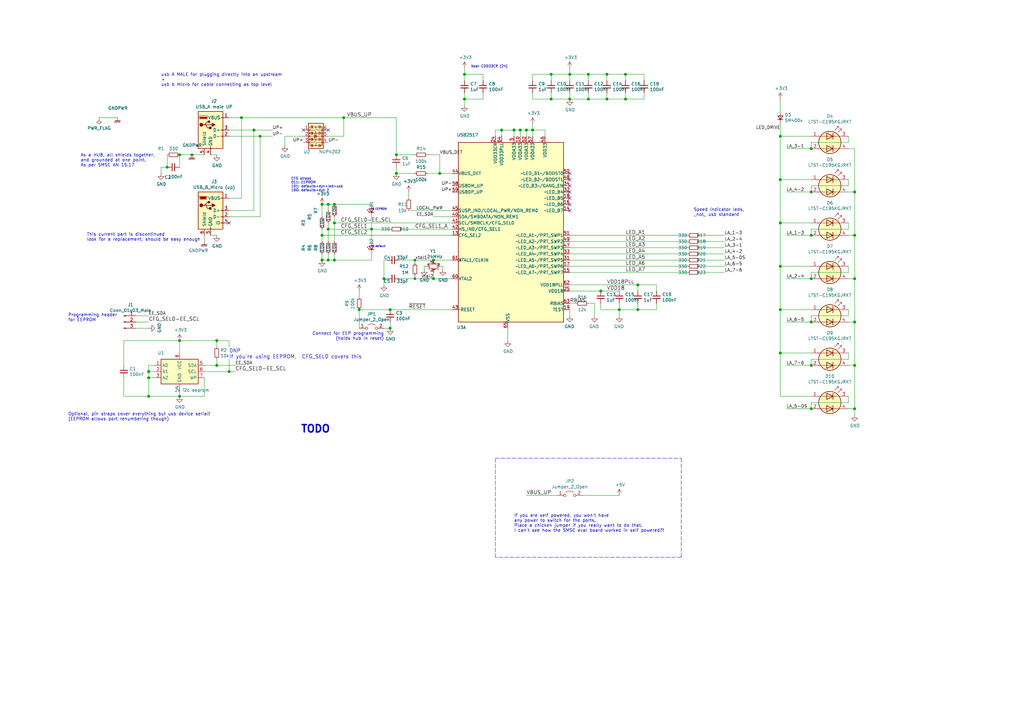
<source format=kicad_sch>
(kicad_sch (version 20211123) (generator eeschema)
  (paper "A3")
  (junction (at 78.74 63.5) (diameter 1.016))
  (junction (at 332.74 149.86) (diameter 1.016))
  (junction (at 73.66 63.5) (diameter 1.016))
  (junction (at 140.97 48.26) (diameter 1.016))
  (junction (at 350.52 149.86) (diameter 1.016))
  (junction (at 320.04 73.66) (diameter 1.016))
  (junction (at 226.06 30.48) (diameter 1.016))
  (junction (at 226.06 40.64) (diameter 1.016))
  (junction (at 248.92 40.64) (diameter 1.016))
  (junction (at 137.16 91.44) (diameter 1.016))
  (junction (at 233.68 40.64) (diameter 1.016))
  (junction (at 152.4 93.98) (diameter 1.016))
  (junction (at 233.68 30.48) (diameter 1.016))
  (junction (at 132.08 83.82) (diameter 1.016))
  (junction (at 160.02 127) (diameter 1.016))
  (junction (at 99.06 48.26) (diameter 1.016))
  (junction (at 218.44 53.34) (diameter 1.016))
  (junction (at 180.34 71.12) (diameter 1.016))
  (junction (at 320.04 144.78) (diameter 1.016))
  (junction (at 170.18 114.3))
  (junction (at 162.56 71.12) (diameter 1.016))
  (junction (at 256.54 40.64) (diameter 1.016))
  (junction (at 177.8 106.68) (diameter 1.016))
  (junction (at 350.52 114.3) (diameter 1.016))
  (junction (at 350.52 167.64) (diameter 1.016))
  (junction (at 332.74 114.3) (diameter 1.016))
  (junction (at 132.08 96.52) (diameter 1.016))
  (junction (at 160.02 134.62) (diameter 1.016))
  (junction (at 350.52 78.74) (diameter 1.016))
  (junction (at 248.92 30.48) (diameter 1.016))
  (junction (at 254 127) (diameter 1.016))
  (junction (at 261.62 127) (diameter 1.016))
  (junction (at 320.04 55.88) (diameter 1.016))
  (junction (at 137.16 83.82) (diameter 1.016))
  (junction (at 210.82 53.34) (diameter 1.016))
  (junction (at 157.48 114.3) (diameter 1.016))
  (junction (at 320.04 91.44) (diameter 1.016))
  (junction (at 241.3 40.64) (diameter 1.016))
  (junction (at 332.74 60.96) (diameter 1.016))
  (junction (at 162.56 63.5) (diameter 1.016))
  (junction (at 60.96 154.94) (diameter 1.016))
  (junction (at 205.74 53.34) (diameter 1.016))
  (junction (at 170.18 106.68))
  (junction (at 134.62 106.68) (diameter 1.016))
  (junction (at 106.68 55.88) (diameter 1.016))
  (junction (at 134.62 93.98) (diameter 1.016))
  (junction (at 350.52 132.08) (diameter 1.016))
  (junction (at 332.74 132.08) (diameter 1.016))
  (junction (at 261.62 116.84) (diameter 1.016))
  (junction (at 134.62 83.82) (diameter 1.016))
  (junction (at 73.66 162.56) (diameter 1.016))
  (junction (at 332.74 96.52) (diameter 1.016))
  (junction (at 88.9 149.86) (diameter 1.016))
  (junction (at 132.08 106.68) (diameter 1.016))
  (junction (at 332.74 167.64) (diameter 1.016))
  (junction (at 190.5 40.64) (diameter 1.016))
  (junction (at 88.9 139.7) (diameter 1.016))
  (junction (at 320.04 127) (diameter 1.016))
  (junction (at 350.52 96.52) (diameter 1.016))
  (junction (at 241.3 30.48) (diameter 1.016))
  (junction (at 256.54 30.48) (diameter 1.016))
  (junction (at 190.5 30.48) (diameter 1.016))
  (junction (at 215.9 53.34) (diameter 1.016))
  (junction (at 137.16 106.68) (diameter 1.016))
  (junction (at 60.96 152.4) (diameter 1.016))
  (junction (at 68.58 68.58) (diameter 1.016))
  (junction (at 320.04 109.22) (diameter 1.016))
  (junction (at 60.96 162.56) (diameter 1.016))
  (junction (at 332.74 78.74) (diameter 1.016))
  (junction (at 246.38 119.38) (diameter 1.016))
  (junction (at 73.66 139.7) (diameter 1.016))
  (junction (at 177.8 114.3) (diameter 1.016))
  (junction (at 104.14 53.34) (diameter 1.016))
  (junction (at 93.98 152.4) (diameter 1.016))
  (junction (at 147.32 127) (diameter 1.016))
  (junction (at 213.36 53.34) (diameter 1.016))
  (no_connect (at 124.46 53.34))
  (no_connect (at 93.98 91.44))
  (no_connect (at 233.68 81.28))
  (no_connect (at 233.68 86.36))
  (no_connect (at 134.62 53.34))
  (no_connect (at 233.68 71.12))
  (no_connect (at 233.68 83.82))
  (no_connect (at 233.68 78.74))
  (no_connect (at 233.68 73.66))
  (no_connect (at 233.68 76.2))
  (wire (pts (xy 322.58 149.86) (xy 332.74 149.86)))
  (wire (pts (xy 264.16 30.48) (xy 256.54 30.48)))
  (wire (pts (xy 350.52 78.74) (xy 350.52 96.52)))
  (wire (pts (xy 332.74 147.32) (xy 332.74 149.86)))
  (wire (pts (xy 347.98 129.54) (xy 332.74 129.54)))
  (wire (pts (xy 347.98 165.1) (xy 332.74 165.1)))
  (wire (pts (xy 287.02 99.06) (xy 297.18 99.06)))
  (wire (pts (xy 269.24 127) (xy 269.24 124.46)))
  (wire (pts (xy 347.98 149.86) (xy 350.52 149.86)))
  (wire (pts (xy 157.48 134.62) (xy 160.02 134.62)))
  (wire (pts (xy 215.9 203.2) (xy 228.6 203.2)))
  (wire (pts (xy 248.92 38.1) (xy 248.92 40.64)))
  (wire (pts (xy 180.34 71.12) (xy 175.26 71.12)))
  (wire (pts (xy 241.3 124.46) (xy 243.84 124.46)))
  (wire (pts (xy 347.98 96.52) (xy 350.52 96.52)))
  (wire (pts (xy 264.16 40.64) (xy 256.54 40.64)))
  (wire (pts (xy 198.12 30.48) (xy 190.5 30.48)))
  (wire (pts (xy 256.54 30.48) (xy 248.92 30.48)))
  (wire (pts (xy 55.88 129.54) (xy 60.96 129.54)))
  (wire (pts (xy 60.96 152.4) (xy 60.96 154.94)))
  (wire (pts (xy 332.74 109.22) (xy 320.04 109.22)))
  (wire (pts (xy 83.82 152.4) (xy 93.98 152.4)))
  (wire (pts (xy 347.98 60.96) (xy 350.52 60.96)))
  (wire (pts (xy 60.96 162.56) (xy 73.66 162.56)))
  (wire (pts (xy 233.68 111.76) (xy 281.94 111.76)))
  (wire (pts (xy 134.62 55.88) (xy 140.97 55.88)))
  (wire (pts (xy 233.68 96.52) (xy 281.94 96.52)))
  (wire (pts (xy 320.04 162.56) (xy 320.04 144.78)))
  (wire (pts (xy 134.62 83.82) (xy 134.62 86.36)))
  (wire (pts (xy 332.74 91.44) (xy 320.04 91.44)))
  (wire (pts (xy 137.16 104.14) (xy 137.16 106.68)))
  (wire (pts (xy 106.68 55.88) (xy 111.76 55.88)))
  (wire (pts (xy 116.84 55.88) (xy 116.84 59.69)))
  (wire (pts (xy 50.8 139.7) (xy 73.66 139.7)))
  (wire (pts (xy 152.4 93.98) (xy 160.02 93.98)))
  (wire (pts (xy 134.62 83.82) (xy 137.16 83.82)))
  (polyline (pts (xy 203.2 187.96) (xy 279.4 187.96)))
  (wire (pts (xy 208.28 134.62) (xy 208.28 139.7)))
  (wire (pts (xy 140.97 55.88) (xy 140.97 48.26)))
  (wire (pts (xy 134.62 106.68) (xy 132.08 106.68)))
  (wire (pts (xy 185.42 106.68) (xy 177.8 106.68)))
  (wire (pts (xy 233.68 116.84) (xy 261.62 116.84)))
  (wire (pts (xy 173.99 109.22) (xy 173.99 110.49)))
  (wire (pts (xy 175.26 109.22) (xy 173.99 109.22)))
  (wire (pts (xy 137.16 91.44) (xy 185.42 91.44)))
  (wire (pts (xy 132.08 104.14) (xy 132.08 106.68)))
  (wire (pts (xy 88.9 147.32) (xy 88.9 149.86)))
  (wire (pts (xy 50.8 162.56) (xy 60.96 162.56)))
  (wire (pts (xy 93.98 81.28) (xy 99.06 81.28)))
  (wire (pts (xy 350.52 167.64) (xy 350.52 170.18)))
  (wire (pts (xy 180.34 63.5) (xy 180.34 71.12)))
  (wire (pts (xy 347.98 144.78) (xy 347.98 147.32)))
  (wire (pts (xy 347.98 73.66) (xy 347.98 76.2)))
  (polyline (pts (xy 279.4 187.96) (xy 279.4 228.6)))
  (wire (pts (xy 83.82 162.56) (xy 73.66 162.56)))
  (wire (pts (xy 162.56 48.26) (xy 162.56 63.5)))
  (wire (pts (xy 233.68 109.22) (xy 281.94 109.22)))
  (wire (pts (xy 40.64 48.26) (xy 48.26 48.26)))
  (wire (pts (xy 78.74 63.5) (xy 83.82 63.5)))
  (wire (pts (xy 68.58 68.58) (xy 66.04 68.58)))
  (wire (pts (xy 223.52 53.34) (xy 218.44 53.34)))
  (wire (pts (xy 332.74 73.66) (xy 320.04 73.66)))
  (wire (pts (xy 332.74 165.1) (xy 332.74 167.64)))
  (wire (pts (xy 350.52 132.08) (xy 350.52 149.86)))
  (wire (pts (xy 322.58 167.64) (xy 332.74 167.64)))
  (wire (pts (xy 152.4 88.9) (xy 152.4 93.98)))
  (wire (pts (xy 73.66 63.5) (xy 73.66 68.58)))
  (wire (pts (xy 134.62 93.98) (xy 134.62 99.06)))
  (wire (pts (xy 320.04 127) (xy 320.04 109.22)))
  (wire (pts (xy 287.02 111.76) (xy 297.18 111.76)))
  (wire (pts (xy 210.82 55.88) (xy 210.82 53.34)))
  (wire (pts (xy 241.3 30.48) (xy 241.3 33.02)))
  (wire (pts (xy 50.8 139.7) (xy 50.8 149.86)))
  (wire (pts (xy 198.12 33.02) (xy 198.12 30.48)))
  (wire (pts (xy 198.12 40.64) (xy 190.5 40.64)))
  (wire (pts (xy 287.02 101.6) (xy 297.18 101.6)))
  (wire (pts (xy 332.74 93.98) (xy 332.74 96.52)))
  (wire (pts (xy 163.83 106.68) (xy 170.18 106.68)))
  (wire (pts (xy 170.18 114.3) (xy 177.8 114.3)))
  (wire (pts (xy 93.98 152.4) (xy 96.52 152.4)))
  (wire (pts (xy 226.06 30.48) (xy 233.68 30.48)))
  (wire (pts (xy 261.62 127) (xy 261.62 124.46)))
  (wire (pts (xy 83.82 96.52) (xy 83.82 99.06)))
  (wire (pts (xy 350.52 114.3) (xy 350.52 132.08)))
  (wire (pts (xy 322.58 60.96) (xy 332.74 60.96)))
  (wire (pts (xy 203.2 55.88) (xy 203.2 53.34)))
  (wire (pts (xy 157.48 114.3) (xy 158.75 114.3)))
  (wire (pts (xy 93.98 139.7) (xy 88.9 139.7)))
  (wire (pts (xy 233.68 99.06) (xy 281.94 99.06)))
  (wire (pts (xy 132.08 83.82) (xy 132.08 88.9)))
  (wire (pts (xy 93.98 147.32) (xy 93.98 152.4)))
  (wire (pts (xy 152.4 106.68) (xy 137.16 106.68)))
  (wire (pts (xy 226.06 38.1) (xy 226.06 40.64)))
  (wire (pts (xy 167.64 78.74) (xy 167.64 81.28)))
  (wire (pts (xy 55.88 134.62) (xy 60.96 134.62)))
  (wire (pts (xy 218.44 55.88) (xy 218.44 53.34)))
  (wire (pts (xy 106.68 55.88) (xy 93.98 55.88)))
  (wire (pts (xy 104.14 53.34) (xy 104.14 86.36)))
  (wire (pts (xy 332.74 129.54) (xy 332.74 132.08)))
  (wire (pts (xy 83.82 149.86) (xy 88.9 149.86)))
  (wire (pts (xy 152.4 104.14) (xy 152.4 106.68)))
  (wire (pts (xy 256.54 40.64) (xy 248.92 40.64)))
  (wire (pts (xy 213.36 55.88) (xy 213.36 53.34)))
  (wire (pts (xy 347.98 111.76) (xy 332.74 111.76)))
  (wire (pts (xy 106.68 55.88) (xy 106.68 88.9)))
  (wire (pts (xy 287.02 104.14) (xy 297.18 104.14)))
  (wire (pts (xy 152.4 93.98) (xy 152.4 99.06)))
  (wire (pts (xy 203.2 53.34) (xy 205.74 53.34)))
  (wire (pts (xy 132.08 96.52) (xy 132.08 93.98)))
  (wire (pts (xy 88.9 142.24) (xy 88.9 139.7)))
  (wire (pts (xy 233.68 30.48) (xy 233.68 33.02)))
  (wire (pts (xy 347.98 58.42) (xy 332.74 58.42)))
  (wire (pts (xy 86.36 96.52) (xy 88.9 96.52)))
  (wire (pts (xy 175.26 63.5) (xy 180.34 63.5)))
  (wire (pts (xy 233.68 124.46) (xy 236.22 124.46)))
  (wire (pts (xy 347.98 55.88) (xy 347.98 58.42)))
  (wire (pts (xy 99.06 48.26) (xy 93.98 48.26)))
  (wire (pts (xy 218.44 40.64) (xy 226.06 40.64)))
  (wire (pts (xy 167.64 86.36) (xy 185.42 86.36)))
  (wire (pts (xy 60.96 154.94) (xy 60.96 162.56)))
  (wire (pts (xy 254 127) (xy 261.62 127)))
  (wire (pts (xy 86.36 63.5) (xy 88.9 63.5)))
  (wire (pts (xy 99.06 48.26) (xy 140.97 48.26)))
  (wire (pts (xy 99.06 81.28) (xy 99.06 48.26)))
  (wire (pts (xy 60.96 149.86) (xy 60.96 152.4)))
  (wire (pts (xy 347.98 162.56) (xy 347.98 165.1)))
  (wire (pts (xy 162.56 68.58) (xy 162.56 71.12)))
  (wire (pts (xy 132.08 83.82) (xy 134.62 83.82)))
  (wire (pts (xy 256.54 38.1) (xy 256.54 40.64)))
  (wire (pts (xy 332.74 58.42) (xy 332.74 60.96)))
  (wire (pts (xy 347.98 127) (xy 347.98 129.54)))
  (wire (pts (xy 347.98 167.64) (xy 350.52 167.64)))
  (wire (pts (xy 241.3 40.64) (xy 233.68 40.64)))
  (wire (pts (xy 104.14 86.36) (xy 93.98 86.36)))
  (wire (pts (xy 233.68 127) (xy 233.68 129.54)))
  (wire (pts (xy 347.98 78.74) (xy 350.52 78.74)))
  (wire (pts (xy 322.58 114.3) (xy 332.74 114.3)))
  (wire (pts (xy 223.52 55.88) (xy 223.52 53.34)))
  (wire (pts (xy 205.74 53.34) (xy 210.82 53.34)))
  (wire (pts (xy 320.04 73.66) (xy 320.04 55.88)))
  (wire (pts (xy 157.48 106.68) (xy 157.48 114.3)))
  (wire (pts (xy 157.48 114.3) (xy 157.48 116.84)))
  (wire (pts (xy 158.75 106.68) (xy 157.48 106.68)))
  (wire (pts (xy 73.66 160.02) (xy 73.66 162.56)))
  (wire (pts (xy 88.9 139.7) (xy 73.66 139.7)))
  (wire (pts (xy 134.62 104.14) (xy 134.62 106.68)))
  (wire (pts (xy 350.52 96.52) (xy 350.52 114.3)))
  (wire (pts (xy 190.5 30.48) (xy 190.5 33.02)))
  (wire (pts (xy 73.66 139.7) (xy 73.66 144.78)))
  (wire (pts (xy 233.68 101.6) (xy 281.94 101.6)))
  (wire (pts (xy 170.18 106.68) (xy 170.18 107.95)))
  (wire (pts (xy 218.44 38.1) (xy 218.44 40.64)))
  (wire (pts (xy 104.14 53.34) (xy 93.98 53.34)))
  (wire (pts (xy 322.58 78.74) (xy 332.74 78.74)))
  (wire (pts (xy 190.5 40.64) (xy 190.5 43.18)))
  (wire (pts (xy 226.06 40.64) (xy 233.68 40.64)))
  (wire (pts (xy 332.74 144.78) (xy 320.04 144.78)))
  (wire (pts (xy 246.38 127) (xy 254 127)))
  (wire (pts (xy 160.02 132.08) (xy 160.02 134.62)))
  (wire (pts (xy 215.9 53.34) (xy 218.44 53.34)))
  (wire (pts (xy 165.1 93.98) (xy 185.42 93.98)))
  (wire (pts (xy 137.16 83.82) (xy 152.4 83.82)))
  (wire (pts (xy 248.92 40.64) (xy 241.3 40.64)))
  (wire (pts (xy 233.68 106.68) (xy 281.94 106.68)))
  (wire (pts (xy 60.96 154.94) (xy 63.5 154.94)))
  (wire (pts (xy 233.68 30.48) (xy 241.3 30.48)))
  (wire (pts (xy 332.74 127) (xy 320.04 127)))
  (wire (pts (xy 254 127) (xy 254 129.54)))
  (wire (pts (xy 185.42 71.12) (xy 180.34 71.12)))
  (wire (pts (xy 320.04 109.22) (xy 320.04 91.44)))
  (wire (pts (xy 147.32 127) (xy 160.02 127)))
  (wire (pts (xy 134.62 91.44) (xy 134.62 93.98)))
  (wire (pts (xy 226.06 30.48) (xy 226.06 33.02)))
  (wire (pts (xy 233.68 30.48) (xy 233.68 27.94)))
  (wire (pts (xy 256.54 33.02) (xy 256.54 30.48)))
  (wire (pts (xy 170.18 113.03) (xy 170.18 114.3)))
  (wire (pts (xy 104.14 53.34) (xy 111.76 53.34)))
  (wire (pts (xy 332.74 111.76) (xy 332.74 114.3)))
  (wire (pts (xy 261.62 127) (xy 269.24 127)))
  (wire (pts (xy 177.8 88.9) (xy 185.42 88.9)))
  (wire (pts (xy 140.97 48.26) (xy 162.56 48.26)))
  (wire (pts (xy 137.16 91.44) (xy 137.16 99.06)))
  (wire (pts (xy 322.58 96.52) (xy 332.74 96.52)))
  (wire (pts (xy 137.16 88.9) (xy 137.16 91.44)))
  (wire (pts (xy 213.36 53.34) (xy 215.9 53.34)))
  (wire (pts (xy 243.84 124.46) (xy 243.84 129.54)))
  (wire (pts (xy 320.04 144.78) (xy 320.04 127)))
  (wire (pts (xy 347.98 91.44) (xy 347.98 93.98)))
  (wire (pts (xy 254 127) (xy 254 124.46)))
  (wire (pts (xy 233.68 104.14) (xy 281.94 104.14)))
  (wire (pts (xy 55.88 132.08) (xy 60.96 132.08)))
  (wire (pts (xy 180.34 109.22) (xy 181.61 109.22)))
  (wire (pts (xy 181.61 109.22) (xy 181.61 110.49)))
  (wire (pts (xy 147.32 127) (xy 147.32 134.62)))
  (wire (pts (xy 248.92 30.48) (xy 241.3 30.48)))
  (wire (pts (xy 347.98 147.32) (xy 332.74 147.32)))
  (wire (pts (xy 264.16 33.02) (xy 264.16 30.48)))
  (wire (pts (xy 347.98 132.08) (xy 350.52 132.08)))
  (wire (pts (xy 137.16 106.68) (xy 134.62 106.68)))
  (wire (pts (xy 332.74 76.2) (xy 332.74 78.74)))
  (wire (pts (xy 233.68 38.1) (xy 233.68 40.64)))
  (wire (pts (xy 147.32 119.38) (xy 147.32 121.92)))
  (wire (pts (xy 205.74 55.88) (xy 205.74 53.34)))
  (wire (pts (xy 68.58 63.5) (xy 68.58 68.58)))
  (wire (pts (xy 210.82 53.34) (xy 213.36 53.34)))
  (wire (pts (xy 287.02 109.22) (xy 297.18 109.22)))
  (wire (pts (xy 83.82 154.94) (xy 83.82 162.56)))
  (wire (pts (xy 246.38 119.38) (xy 254 119.38)))
  (wire (pts (xy 63.5 149.86) (xy 60.96 149.86)))
  (wire (pts (xy 93.98 88.9) (xy 106.68 88.9)))
  (wire (pts (xy 218.44 33.02) (xy 218.44 30.48)))
  (wire (pts (xy 134.62 93.98) (xy 152.4 93.98)))
  (wire (pts (xy 287.02 106.68) (xy 297.18 106.68)))
  (wire (pts (xy 248.92 33.02) (xy 248.92 30.48)))
  (wire (pts (xy 347.98 76.2) (xy 332.74 76.2)))
  (wire (pts (xy 233.68 119.38) (xy 246.38 119.38)))
  (wire (pts (xy 332.74 162.56) (xy 320.04 162.56)))
  (wire (pts (xy 215.9 55.88) (xy 215.9 53.34)))
  (wire (pts (xy 218.44 30.48) (xy 226.06 30.48)))
  (wire (pts (xy 132.08 96.52) (xy 185.42 96.52)))
  (wire (pts (xy 320.04 50.8) (xy 320.04 55.88)))
  (wire (pts (xy 163.83 114.3) (xy 170.18 114.3)))
  (wire (pts (xy 177.8 114.3) (xy 177.8 111.76)))
  (wire (pts (xy 185.42 114.3) (xy 177.8 114.3)))
  (wire (pts (xy 269.24 116.84) (xy 269.24 119.38)))
  (wire (pts (xy 162.56 71.12) (xy 170.18 71.12)))
  (wire (pts (xy 190.5 27.94) (xy 190.5 30.48)))
  (wire (pts (xy 170.18 106.68) (xy 177.8 106.68)))
  (wire (pts (xy 160.02 127) (xy 185.42 127)))
  (wire (pts (xy 320.04 40.64) (xy 320.04 45.72)))
  (wire (pts (xy 347.98 109.22) (xy 347.98 111.76)))
  (wire (pts (xy 261.62 116.84) (xy 261.62 119.38)))
  (wire (pts (xy 73.66 63.5) (xy 78.74 63.5)))
  (wire (pts (xy 320.04 55.88) (xy 332.74 55.88)))
  (wire (pts (xy 238.76 203.2) (xy 254 203.2)))
  (wire (pts (xy 132.08 99.06) (xy 132.08 96.52)))
  (wire (pts (xy 350.52 60.96) (xy 350.52 78.74)))
  (wire (pts (xy 347.98 114.3) (xy 350.52 114.3)))
  (wire (pts (xy 60.96 152.4) (xy 63.5 152.4)))
  (wire (pts (xy 124.46 55.88) (xy 116.84 55.88)))
  (wire (pts (xy 50.8 154.94) (xy 50.8 162.56)))
  (wire (pts (xy 66.04 68.58) (xy 66.04 71.12)))
  (wire (pts (xy 347.98 93.98) (xy 332.74 93.98)))
  (wire (pts (xy 320.04 91.44) (xy 320.04 73.66)))
  (wire (pts (xy 190.5 38.1) (xy 190.5 40.64)))
  (wire (pts (xy 322.58 132.08) (xy 332.74 132.08)))
  (wire (pts (xy 264.16 38.1) (xy 264.16 40.64)))
  (polyline (pts (xy 279.4 228.6) (xy 203.2 228.6)))
  (wire (pts (xy 261.62 116.84) (xy 269.24 116.84)))
  (wire (pts (xy 246.38 124.46) (xy 246.38 127)))
  (wire (pts (xy 93.98 142.24) (xy 93.98 139.7)))
  (wire (pts (xy 198.12 38.1) (xy 198.12 40.64)))
  (wire (pts (xy 241.3 38.1) (xy 241.3 40.64)))
  (wire (pts (xy 218.44 53.34) (xy 218.44 50.8)))
  (wire (pts (xy 88.9 149.86) (xy 96.52 149.86)))
  (polyline (pts (xy 203.2 228.6) (xy 203.2 187.96)))
  (wire (pts (xy 350.52 149.86) (xy 350.52 167.64)))
  (wire (pts (xy 287.02 96.52) (xy 297.18 96.52)))
  (wire (pts (xy 162.56 63.5) (xy 170.18 63.5)))
  (text "If default" (at 152.4 101.6 0) (effects (font (size 0.7874 0.7874)) (justify left bottom)))
  (text "If EEPROM" (at 152.4 86.36 0) (effects (font (size 0.7874 0.7874)) (justify left bottom)))
  (text "usb A MALE for plugging directly into an upstream\n+\nusb b micro for cable connecting as top level" (at 66.04 35.56 0) (effects (font (size 1.27 1.27)) (justify left bottom)))
  (text "DNP\nIf you're using EEPROM,  CFG_SEL0 covers this" (at 93.98 147.32 0) (effects (font (size 1.4986 1.4986)) (justify left bottom)))
  (text "CFG straps\n011: EEPROM\n101: defaults+dyn+led=usb\n100: defaults+dyn ?" (at 119.38 78.74 0) (effects (font (size 0.9906 0.9906)) (justify left bottom)))
  (text "TODO	" (at 147.32 177.8 180) (effects (font (size 3 3) (thickness 0.6) bold) (justify right bottom)))
  (text "Speed indicator leds,\n_not_ usb standard" (at 284.48 88.9 0) (effects (font (size 1.27 1.27)) (justify left bottom)))
  (text "If you are self powered, you won't have\nany power to switch for the ports.\nPlace a chicken jumper if you really want to do that.\nI can't see how the SMSC eval board worked in self powered?!" (at 210.82 218.44 0) (effects (font (size 1.27 1.27)) (justify left bottom)))
  (text "Near CDD33CR (24)" (at 208.28 27.94 180) (effects (font (size 0.9906 0.9906)) (justify right bottom)))
  (text "As a HUB, all shields together,\nand grounded at one point.\nAs per SMSC AN 15.17 " (at 33.02 68.58 0) (effects (font (size 1.27 1.27)) (justify left bottom)))
  (text "Optional, pin straps cover everything but usb device serial!\n(EEPROM allows port renumbering though)" (at 27.94 172.72 0) (effects (font (size 1.27 1.27)) (justify left bottom)))
  (text "Programming header\nfor EEPROM" (at 27.94 132.08 0) (effects (font (size 1.27 1.27)) (justify left bottom)))
  (text "Connect for EEP programming\n(holds hub in reset)" (at 157.48 139.7 180) (effects (font (size 1.27 1.27)) (justify right bottom)))
  (text "This current part is discontinued\nlook for a replacement, should be easy enough" (at 35.56 99.06 0) (effects (font (size 1.27 1.27)) (justify left bottom)))
  (label "CFG_SEL0-EE_SCL" (at 139.7 91.44 0) (effects (font (size 1.499 1.499))))
  (label "UP+" (at 124.46 58.42 180))
  (label "RBIAS" (at 233.68 124.46 0) (effects (font (size 1.4986 1.4986))))
  (label "LA_6-5" (at 322.58 132.08 0))
  (label "LA_4-2" (at 297.18 104.14 0))
  (label "LED_A5" (at 256.54 106.68 0) (effects (font (size 1.4986 1.4986))))
  (label "UP-" (at 111.76 55.88 0))
  (label "EE_SDA" (at 177.8 88.9 180))
  (label "LA_7-6" (at 297.18 111.76 0))
  (label "LED_A1" (at 256.54 96.52 0) (effects (font (size 1.4986 1.4986))))
  (label "LED_A6" (at 256.54 109.22 0) (effects (font (size 1.4986 1.4986))))
  (label "LED_A4" (at 256.54 104.14 0) (effects (font (size 1.4986 1.4986))))
  (label "LA_2-4" (at 297.18 99.06 0))
  (label "UP+" (at 185.42 78.74 180))
  (label "LED_DRIVE" (at 320.04 53.34 180))
  (label "VBUS_DET" (at 180.34 63.5 0))
  (label "CFG_SEL0-EE_SCL" (at 60.96 132.08 0) (effects (font (size 1.499 1.499))))
  (label "LA_5-DS" (at 297.18 106.68 0))
  (label "LA_3-1" (at 297.18 101.6 0))
  (label "CFG_SEL1_A" (at 170.18 93.98 0) (effects (font (size 1.4986 1.4986))))
  (label "VBUS_UP" (at 215.9 203.2 0) (effects (font (size 1.4986 1.4986))))
  (label "UP-" (at 134.62 58.42 0))
  (label "LA_7-6" (at 322.58 149.86 0))
  (label "UP-" (at 185.42 76.2 180))
  (label "EE_SDA" (at 60.96 129.54 0))
  (label "LA_1-3" (at 297.18 96.52 0))
  (label "LED_A2" (at 256.54 99.06 0) (effects (font (size 1.4986 1.4986))))
  (label "~{RESET}" (at 167.64 127 0) (effects (font (size 1.4986 1.4986))))
  (label "LA_4-2" (at 322.58 78.74 0))
  (label "CFG_SEL2" (at 139.7 96.52 0) (effects (font (size 1.4986 1.4986))))
  (label "VDD18" (at 248.92 119.38 0) (effects (font (size 1.4986 1.4986))))
  (label "LA_3-1" (at 322.58 60.96 0))
  (label "xtal2" (at 177.8 114.3 180))
  (label "xtal1" (at 175.26 106.68 180))
  (label "LED_A3" (at 256.54 101.6 0) (effects (font (size 1.4986 1.4986))))
  (label "EE_SDA" (at 96.52 149.86 0))
  (label "LA_6-5" (at 297.18 109.22 0))
  (label "LA_2-4" (at 322.58 114.3 0))
  (label "CFG_SEL1" (at 139.7 93.98 0) (effects (font (size 1.4986 1.4986))))
  (label "LED_A7" (at 256.54 111.76 0) (effects (font (size 1.4986 1.4986))))
  (label "VDD18PLL" (at 248.92 116.84 0) (effects (font (size 1.4986 1.4986))))
  (label "LA_1-3" (at 322.58 96.52 0))
  (label "LOCAL_PWR" (at 181.61 86.36 180))
  (label "UP+" (at 111.76 53.34 0))
  (label "LA_5-DS" (at 322.58 167.64 0))
  (label "VBUS_UP" (at 142.24 48.26 0) (effects (font (size 1.4986 1.4986))))
  (label "CFG_SEL0-EE_SCL" (at 96.52 152.4 0) (effects (font (size 1.499 1.499))))
  (symbol (lib_id "Interface_USB:USB2517") (at 208.28 93.98 0) (unit 1)
    (property "Reference" "U3" (at 189.23 134.3152 0))
    (property "Value" "USB2517" (at 191.77 55.3466 0))
    (property "Footprint" "Package_DFN_QFN:QFN-64-1EP_9x9mm_P0.5mm_EP4.7x4.7mm_ThermalVias" (effects hide))
    (property "Datasheet" "http://ww1.microchip.com/downloads/en/DeviceDoc/USB2517-USB2517i-Data-Sheet-00001598C.pdf" (effects hide))
    (property "MPN" "USB2517I-JZX-TR" (effects hide))
    (property "jlc-basic" "0" (effects hide))
    (property "lcsc#" "C626667" (effects hide))
  )
  (symbol (lib_id "Device:R_Small") (at 132.08 91.44 0) (unit 1)
    (property "Reference" "R3" (at 124.46 91.44 90))
    (property "Value" "10k" (at 132.08 91.44 90))
    (property "Footprint" "Resistor_SMD:R_0603_1608Metric" (effects hide))
    (property "MPN" "0603WAF1002T5E" (effects hide))
    (property "jlc-basic" "1" (effects hide))
    (property "lcsc#" "C25804" (effects hide))
    (property "DNP" "1" (effects hide))
  )
  (symbol (lib_id "power:+3V3") (at 132.08 83.82 0) (unit 1)
    (property "Reference" "#PWR014" (effects hide))
    (property "Value" "+3V3" (at 132.461 79.4258 0))
  )
  (symbol (lib_id "Device:R_Small") (at 172.72 71.12 270) (unit 1)
    (property "Reference" "R15" (at 172.72 68.58 90))
    (property "Value" "100k" (at 172.72 73.66 90))
    (property "Footprint" "Resistor_SMD:R_0603_1608Metric" (effects hide))
    (property "MPN" "0603WAF1003T5E" (effects hide))
    (property "jlc-basic" "1" (effects hide))
    (property "lcsc#" "C25803" (effects hide))
  )
  (symbol (lib_id "Device:R_Small") (at 172.72 63.5 90) (unit 1)
    (property "Reference" "R14" (at 172.72 60.96 90))
    (property "Value" "100k" (at 172.72 66.167 90))
    (property "Footprint" "Resistor_SMD:R_0603_1608Metric" (effects hide))
    (property "MPN" "0603WAF1003T5E" (effects hide))
    (property "jlc-basic" "1" (effects hide))
    (property "lcsc#" "C25803" (effects hide))
  )
  (symbol (lib_id "Connector:USB_B_Micro") (at 86.36 86.36 0) (unit 1)
    (property "Reference" "J3" (at 87.8078 74.4982 0))
    (property "Value" "USB_B_Micro (up)" (at 87.8078 76.8096 0))
    (property "Footprint" "Connector_USB:USB_Micro-B_Amphenol_10118194-0001LF_Horizontal" (effects hide))
    (property "MPN" "U254-051T-4BH23-S2B" (effects hide))
    (property "jlc-basic" "0" (effects hide))
    (property "lcsc#" "C319164" (effects hide))
  )
  (symbol (lib_id "power:+3V3") (at 320.04 40.64 0) (unit 1)
    (property "Reference" "#PWR033" (effects hide))
    (property "Value" "+3V3" (at 320.421 36.2458 0))
  )
  (symbol (lib_id "power:GND") (at 162.56 71.12 0) (unit 1)
    (property "Reference" "#PWR019" (effects hide))
    (property "Value" "GND" (at 162.687 75.5142 0))
  )
  (symbol (lib_id "Device:R_Small") (at 238.76 124.46 90) (mirror x) (unit 1)
    (property "Reference" "R16" (at 238.76 121.92 90))
    (property "Value" "12k" (at 238.76 127 90))
    (property "Footprint" "Resistor_SMD:R_0603_1608Metric" (effects hide))
    (property "MPN" "0603WAF1202T5E" (effects hide))
    (property "jlc-basic" "1" (effects hide))
    (property "lcsc#" "C22790" (effects hide))
  )
  (symbol (lib_id "Device:R_Small") (at 132.08 101.6 0) (unit 1)
    (property "Reference" "R4" (at 124.46 101.6 90))
    (property "Value" "10k" (at 132.08 101.6 90))
    (property "Footprint" "Resistor_SMD:R_0603_1608Metric" (effects hide))
    (property "MPN" "0603WAF1002T5E" (effects hide))
    (property "jlc-basic" "1" (effects hide))
    (property "lcsc#" "C25804" (effects hide))
  )
  (symbol (lib_id "power:+3V3") (at 218.44 50.8 0) (unit 1)
    (property "Reference" "#PWR026" (effects hide))
    (property "Value" "+3V3" (at 218.821 46.4058 0))
  )
  (symbol (lib_id "power:GND") (at 208.28 139.7 0) (unit 1)
    (property "Reference" "#PWR025" (effects hide))
    (property "Value" "GND" (at 208.407 144.0942 0))
  )
  (symbol (lib_id "Connector:USB_A") (at 86.36 53.34 0) (unit 1)
    (property "Reference" "J2" (at 87.8078 41.4782 0))
    (property "Value" "USB_A male UP" (at 87.8078 43.7896 0))
    (property "Footprint" "Connector_USB:USB_A_Plug_SOFNG_USB-05" (effects hide))
    (property "Datasheet" " ~" (effects hide))
    (property "MPN" "SOFNG USB-05" (effects hide))
    (property "DNP" "1" (effects hide))
  )
  (symbol (lib_id "Device:C_Small") (at 162.56 66.04 0) (unit 1)
    (property "Reference" "C6" (at 164.8968 64.897 0) (effects (justify left)))
    (property "Value" "1uF" (at 164.8714 67.183 0) (effects (justify left)))
    (property "Footprint" "Capacitor_SMD:C_0603_1608Metric" (effects hide))
    (property "MPN" "CL10A105KB8NNNC" (effects hide))
    (property "jlc-basic" "1" (effects hide))
    (property "lcsc#" "C15849" (effects hide))
  )
  (symbol (lib_id "Memory_EEPROM:24LC02") (at 73.66 152.4 0) (unit 1)
    (property "Reference" "U1" (at 66.04 144.78 0))
    (property "Value" "2k i2c eeprom" (at 78.74 160.02 0))
    (property "Footprint" "Package_SO:SOIC-8_3.9x4.9mm_P1.27mm" (effects hide))
    (property "Datasheet" "http://ww1.microchip.com/downloads/en/DeviceDoc/21709c.pdf" (effects hide))
    (property "MPN" "M24C02-WMN6TP" (effects hide))
    (property "jlc-basic" "1" (effects hide))
    (property "lcsc#" "C7562" (effects hide))
  )
  (symbol (lib_id "power:+3V3") (at 147.32 119.38 0) (unit 1)
    (property "Reference" "#PWR016" (effects hide))
    (property "Value" "+3V3" (at 147.701 114.9858 0))
  )
  (symbol (lib_id "power:GND") (at 160.02 134.62 0) (unit 1)
    (property "Reference" "#PWR018" (effects hide))
    (property "Value" "GND" (at 160.147 139.0142 0))
  )
  (symbol (lib_id "power:+3V3") (at 73.66 139.7 0) (unit 1)
    (property "Reference" "#PWR07" (effects hide))
    (property "Value" "+3V3" (at 74.041 135.3058 0))
  )
  (symbol (lib_id "Device:R_Small") (at 284.48 101.6 90) (unit 1)
    (property "Reference" "R19" (at 289.56 101.6 90) (effects (justify left)))
    (property "Value" "330" (at 281.94 101.6 90) (effects (justify left)))
    (property "Footprint" "Resistor_SMD:R_0603_1608Metric" (effects hide))
    (property "MPN" "0603WAF3300T5E" (effects hide))
    (property "jlc-basic" "1" (effects hide))
    (property "lcsc#" "C23138" (effects hide))
  )
  (symbol (lib_id "Device:R_Small") (at 88.9 144.78 0) (unit 1)
    (property "Reference" "R2" (at 90.3986 143.637 0) (effects (justify left)))
    (property "Value" "10k" (at 90.3986 145.923 0) (effects (justify left)))
    (property "Footprint" "Resistor_SMD:R_0603_1608Metric" (effects hide))
    (property "MPN" "0603WAF1002T5E" (effects hide))
    (property "jlc-basic" "1" (effects hide))
    (property "lcsc#" "C25804" (effects hide))
  )
  (symbol (lib_id "power:GND") (at 132.08 106.68 0) (unit 1)
    (property "Reference" "#PWR015" (effects hide))
    (property "Value" "GND" (at 132.207 111.0742 0))
  )
  (symbol (lib_id "Device:R_Small") (at 284.48 99.06 90) (unit 1)
    (property "Reference" "R18" (at 289.56 99.06 90) (effects (justify left)))
    (property "Value" "330" (at 281.94 99.06 90) (effects (justify left)))
    (property "Footprint" "Resistor_SMD:R_0603_1608Metric" (effects hide))
    (property "MPN" "0603WAF3300T5E" (effects hide))
    (property "jlc-basic" "1" (effects hide))
    (property "lcsc#" "C23138" (effects hide))
  )
  (symbol (lib_id "Device:R_Small") (at 284.48 106.68 90) (unit 1)
    (property "Reference" "R21" (at 289.56 106.68 90) (effects (justify left)))
    (property "Value" "330" (at 281.94 106.68 90) (effects (justify left)))
    (property "Footprint" "Resistor_SMD:R_0603_1608Metric" (effects hide))
    (property "MPN" "0603WAF3300T5E" (effects hide))
    (property "jlc-basic" "1" (effects hide))
    (property "lcsc#" "C23138" (effects hide))
  )
  (symbol (lib_id "power:GND") (at 243.84 129.54 0) (mirror y) (unit 1)
    (property "Reference" "#PWR030" (effects hide))
    (property "Value" "GND" (at 243.713 133.9342 0))
  )
  (symbol (lib_id "Device:R_Small") (at 284.48 96.52 90) (unit 1)
    (property "Reference" "R17" (at 289.56 96.52 90) (effects (justify left)))
    (property "Value" "330" (at 281.94 96.52 90) (effects (justify left)))
    (property "Footprint" "Resistor_SMD:R_0603_1608Metric" (effects hide))
    (property "MPN" "0603WAF3300T5E" (effects hide))
    (property "jlc-basic" "1" (effects hide))
    (property "lcsc#" "C23138" (effects hide))
  )
  (symbol (lib_id "Connector:Conn_01x03_Male") (at 50.8 132.08 0) (unit 1)
    (property "Reference" "J1" (at 53.5432 124.9934 0))
    (property "Value" "Conn_01x03_Male" (at 53.5432 127.3048 0))
    (property "Footprint" "Connector_PinHeader_2.54mm:PinHeader_1x03_P2.54mm_Vertical" (effects hide))
    (property "DNP" "1" (effects hide))
  )
  (symbol (lib_id "power:GND") (at 60.96 134.62 90) (unit 1)
    (property "Reference" "#PWR05" (effects hide))
    (property "Value" "GND" (at 65.3542 134.493 0))
  )
  (symbol (lib_id "Device:R_Small") (at 147.32 124.46 0) (unit 1)
    (property "Reference" "R9" (at 142.3416 124.46 90))
    (property "Value" "100k" (at 144.653 124.46 90))
    (property "Footprint" "Resistor_SMD:R_0603_1608Metric" (effects hide))
    (property "MPN" "0603WAF1003T5E" (effects hide))
    (property "jlc-basic" "1" (effects hide))
    (property "lcsc#" "C25803" (effects hide))
  )
  (symbol (lib_id "Device:R_Small") (at 284.48 104.14 90) (unit 1)
    (property "Reference" "R20" (at 289.56 104.14 90) (effects (justify left)))
    (property "Value" "330" (at 281.94 104.14 90) (effects (justify left)))
    (property "Footprint" "Resistor_SMD:R_0603_1608Metric" (effects hide))
    (property "MPN" "0603WAF3300T5E" (effects hide))
    (property "jlc-basic" "1" (effects hide))
    (property "lcsc#" "C23138" (effects hide))
  )
  (symbol (lib_id "power:GND") (at 73.66 162.56 0) (unit 1)
    (property "Reference" "#PWR08" (effects hide))
    (property "Value" "GND" (at 73.787 166.9542 0))
  )
  (symbol (lib_id "Device:R_Small") (at 134.62 88.9 0) (unit 1)
    (property "Reference" "R5" (at 127 88.9 90))
    (property "Value" "10k" (at 134.62 88.9 90))
    (property "Footprint" "Resistor_SMD:R_0603_1608Metric" (effects hide))
    (property "MPN" "0603WAF1002T5E" (effects hide))
    (property "jlc-basic" "1" (effects hide))
    (property "lcsc#" "C25804" (effects hide))
  )
  (symbol (lib_id "Device:R_Small") (at 137.16 101.6 0) (unit 1)
    (property "Reference" "R8" (at 129.54 101.6 90))
    (property "Value" "10k" (at 137.16 101.6 90))
    (property "Footprint" "Resistor_SMD:R_0603_1608Metric" (effects hide))
    (property "MPN" "0603WAF1002T5E" (effects hide))
    (property "jlc-basic" "1" (effects hide))
    (property "lcsc#" "C25804" (effects hide))
    (property "DNP" "1" (effects hide))
  )
  (symbol (lib_id "Device:R_Small") (at 284.48 111.76 90) (unit 1)
    (property "Reference" "R23" (at 289.56 111.76 90) (effects (justify left)))
    (property "Value" "330" (at 281.94 111.76 90) (effects (justify left)))
    (property "Footprint" "Resistor_SMD:R_0603_1608Metric" (effects hide))
    (property "MPN" "0603WAF3300T5E" (effects hide))
    (property "jlc-basic" "1" (effects hide))
    (property "lcsc#" "C23138" (effects hide))
  )
  (symbol (lib_id "Device:D_Small") (at 320.04 48.26 90) (unit 1)
    (property "Reference" "D3" (at 321.818 47.117 90) (effects (justify right)))
    (property "Value" "SM400x" (at 321.818 49.403 90) (effects (justify right)))
    (property "Footprint" "Diode_SMD:D_SOD-123F" (effects hide))
    (property "MPN" "SM4007PL" (effects hide))
    (property "jlc-basic" "1" (effects hide))
    (property "lcsc#" "C64898" (effects hide))
  )
  (symbol (lib_id "Device:C_Small") (at 246.38 121.92 0) (unit 1)
    (property "Reference" "C13" (at 248.7168 120.777 0) (effects (justify left)))
    (property "Value" "1uF" (at 248.6914 123.063 0) (effects (justify left)))
    (property "Footprint" "Capacitor_SMD:C_0603_1608Metric" (effects hide))
    (property "MPN" "CL10A105KB8NNNC" (effects hide))
    (property "jlc-basic" "1" (effects hide))
    (property "lcsc#" "C15849" (effects hide))
  )
  (symbol (lib_id "Device:C_Small") (at 261.62 121.92 0) (unit 1)
    (property "Reference" "C17" (at 263.9568 120.777 0) (effects (justify left)))
    (property "Value" "1uF" (at 263.9314 123.063 0) (effects (justify left)))
    (property "Footprint" "Capacitor_SMD:C_0603_1608Metric" (effects hide))
    (property "MPN" "CL10A105KB8NNNC" (effects hide))
    (property "jlc-basic" "1" (effects hide))
    (property "lcsc#" "C15849" (effects hide))
  )
  (symbol (lib_id "power:GND") (at 254 129.54 0) (mirror y) (unit 1)
    (property "Reference" "#PWR031" (effects hide))
    (property "Value" "GND" (at 253.873 133.9342 0))
  )
  (symbol (lib_id "power:GND") (at 233.68 129.54 0) (mirror y) (unit 1)
    (property "Reference" "#PWR029" (effects hide))
    (property "Value" "GND" (at 233.553 133.9342 0))
  )
  (symbol (lib_id "power:+3V3") (at 233.68 27.94 0) (unit 1)
    (property "Reference" "#PWR027" (effects hide))
    (property "Value" "+3V3" (at 234.061 23.5458 0))
  )
  (symbol (lib_id "power:GND") (at 233.68 40.64 0) (unit 1)
    (property "Reference" "#PWR028" (effects hide))
    (property "Value" "GND" (at 233.807 45.0342 0))
  )
  (symbol (lib_id "Device:C_Small") (at 256.54 35.56 0) (unit 1)
    (property "Reference" "C16" (at 258.8768 34.417 0) (effects (justify left)))
    (property "Value" "100nF" (at 258.8514 36.703 0) (effects (justify left)))
    (property "Footprint" "Capacitor_SMD:C_0603_1608Metric" (effects hide))
    (property "MPN" "CC0603KRX7R9BB104 " (effects hide))
    (property "lcsc#" " C14663 " (effects hide))
    (property "jlc-basic" "1" (effects hide))
  )
  (symbol (lib_id "Device:C_Small") (at 218.44 35.56 0) (unit 1)
    (property "Reference" "C9" (at 220.7768 34.417 0) (effects (justify left)))
    (property "Value" "1uF" (at 220.7514 36.703 0) (effects (justify left)))
    (property "Footprint" "Capacitor_SMD:C_0603_1608Metric" (effects hide))
    (property "MPN" "CL10A105KB8NNNC" (effects hide))
    (property "jlc-basic" "1" (effects hide))
    (property "lcsc#" "C15849" (effects hide))
  )
  (symbol (lib_id "Device:C_Small") (at 226.06 35.56 0) (unit 1)
    (property "Reference" "C10" (at 228.3968 34.417 0) (effects (justify left)))
    (property "Value" "100nF" (at 228.3714 36.703 0) (effects (justify left)))
    (property "Footprint" "Capacitor_SMD:C_0603_1608Metric" (effects hide))
    (property "MPN" "CC0603KRX7R9BB104 " (effects hide))
    (property "lcsc#" " C14663 " (effects hide))
    (property "jlc-basic" "1" (effects hide))
  )
  (symbol (lib_id "Device:C_Small") (at 233.68 35.56 0) (unit 1)
    (property "Reference" "C11" (at 236.0168 34.417 0) (effects (justify left)))
    (property "Value" "100nF" (at 235.9914 36.703 0) (effects (justify left)))
    (property "Footprint" "Capacitor_SMD:C_0603_1608Metric" (effects hide))
    (property "MPN" "CC0603KRX7R9BB104 " (effects hide))
    (property "lcsc#" " C14663 " (effects hide))
    (property "jlc-basic" "1" (effects hide))
  )
  (symbol (lib_id "Device:C_Small") (at 241.3 35.56 0) (unit 1)
    (property "Reference" "C12" (at 243.6368 34.417 0) (effects (justify left)))
    (property "Value" "100nF" (at 243.6114 36.703 0) (effects (justify left)))
    (property "Footprint" "Capacitor_SMD:C_0603_1608Metric" (effects hide))
    (property "MPN" "CC0603KRX7R9BB104 " (effects hide))
    (property "lcsc#" " C14663 " (effects hide))
    (property "jlc-basic" "1" (effects hide))
  )
  (symbol (lib_id "Device:C_Small") (at 248.92 35.56 0) (unit 1)
    (property "Reference" "C14" (at 251.2568 34.417 0) (effects (justify left)))
    (property "Value" "100nF" (at 251.2314 36.703 0) (effects (justify left)))
    (property "Footprint" "Capacitor_SMD:C_0603_1608Metric" (effects hide))
    (property "MPN" "CC0603KRX7R9BB104 " (effects hide))
    (property "lcsc#" " C14663 " (effects hide))
    (property "jlc-basic" "1" (effects hide))
  )
  (symbol (lib_id "Device:C_Small") (at 254 121.92 0) (unit 1)
    (property "Reference" "C15" (at 256.3368 120.777 0) (effects (justify left)))
    (property "Value" "100nF" (at 256.3114 123.063 0) (effects (justify left)))
    (property "Footprint" "Capacitor_SMD:C_0603_1608Metric" (effects hide))
    (property "MPN" "CC0603KRX7R9BB104 " (effects hide))
    (property "lcsc#" " C14663 " (effects hide))
    (property "jlc-basic" "1" (effects hide))
  )
  (symbol (lib_id "Device:C_Small") (at 269.24 121.92 0) (unit 1)
    (property "Reference" "C19" (at 271.5768 120.777 0) (effects (justify left)))
    (property "Value" "100nF" (at 271.5514 123.063 0) (effects (justify left)))
    (property "Footprint" "Capacitor_SMD:C_0603_1608Metric" (effects hide))
    (property "MPN" "CC0603KRX7R9BB104 " (effects hide))
    (property "lcsc#" " C14663 " (effects hide))
    (property "jlc-basic" "1" (effects hide))
  )
  (symbol (lib_id "Device:C_Small") (at 160.02 129.54 0) (unit 1)
    (property "Reference" "C3" (at 162.3568 128.397 0) (effects (justify left)))
    (property "Value" "100nF" (at 162.3314 130.683 0) (effects (justify left)))
    (property "Footprint" "Capacitor_SMD:C_0603_1608Metric" (effects hide))
    (property "MPN" "CC0603KRX7R9BB104 " (effects hide))
    (property "lcsc#" " C14663 " (effects hide))
    (property "jlc-basic" "1" (effects hide))
  )
  (symbol (lib_id "Device:C_Small") (at 50.8 152.4 0) (unit 1)
    (property "Reference" "C1" (at 53.1368 151.257 0) (effects (justify left)))
    (property "Value" "100nF" (at 53.1114 153.543 0) (effects (justify left)))
    (property "Footprint" "Capacitor_SMD:C_0603_1608Metric" (effects hide))
    (property "MPN" "CC0603KRX7R9BB104 " (effects hide))
    (property "lcsc#" " C14663 " (effects hide))
    (property "jlc-basic" "1" (effects hide))
  )
  (symbol (lib_id "Device:C_Small") (at 198.12 35.56 0) (unit 1)
    (property "Reference" "C8" (at 200.4568 34.417 0) (effects (justify left)))
    (property "Value" "100nF" (at 200.4314 36.703 0) (effects (justify left)))
    (property "Footprint" "Capacitor_SMD:C_0603_1608Metric" (effects hide))
    (property "MPN" "CC0603KRX7R9BB104 " (effects hide))
    (property "lcsc#" " C14663 " (effects hide))
    (property "jlc-basic" "1" (effects hide))
  )
  (symbol (lib_id "Device:C_Small") (at 190.5 35.56 0) (unit 1)
    (property "Reference" "C7" (at 192.8368 34.417 0) (effects (justify left)))
    (property "Value" "1uF" (at 192.8114 36.703 0) (effects (justify left)))
    (property "Footprint" "Capacitor_SMD:C_0603_1608Metric" (effects hide))
    (property "MPN" "CL10A105KB8NNNC" (effects hide))
    (property "jlc-basic" "1" (effects hide))
    (property "lcsc#" "C15849" (effects hide))
  )
  (symbol (lib_id "power:+3V3") (at 190.5 27.94 0) (unit 1)
    (property "Reference" "#PWR023" (effects hide))
    (property "Value" "+3V3" (at 190.881 23.5458 0))
  )
  (symbol (lib_id "power:GND") (at 190.5 43.18 0) (unit 1)
    (property "Reference" "#PWR024" (effects hide))
    (property "Value" "GND" (at 190.627 47.5742 0))
  )
  (symbol (lib_id "Device:C_Small") (at 264.16 35.56 0) (unit 1)
    (property "Reference" "C18" (at 266.4968 34.417 0) (effects (justify left)))
    (property "Value" "100nF" (at 266.4714 36.703 0) (effects (justify left)))
    (property "Footprint" "Capacitor_SMD:C_0603_1608Metric" (effects hide))
    (property "MPN" "CC0603KRX7R9BB104 " (effects hide))
    (property "lcsc#" " C14663 " (effects hide))
    (property "jlc-basic" "1" (effects hide))
  )
  (symbol (lib_id "Device:C_Small") (at 161.29 114.3 270) (unit 1)
    (property "Reference" "C5" (at 157.353 115.3668 90) (effects (justify left)))
    (property "Value" "33pF" (at 162.687 115.3414 90) (effects (justify left)))
    (property "Footprint" "Capacitor_SMD:C_0603_1608Metric" (effects hide))
    (property "MPN" "CL10C330JB8NNNC" (effects hide))
    (property "jlc-basic" "1" (effects hide))
    (property "lcsc#" "C1663" (effects hide))
  )
  (symbol (lib_id "power:GND") (at 157.48 116.84 0) (unit 1)
    (property "Reference" "#PWR017" (effects hide))
    (property "Value" "GND" (at 157.607 121.2342 0))
  )
  (symbol (lib_id "power:GND") (at 88.9 63.5 0) (unit 1)
    (property "Reference" "#PWR011" (effects hide))
    (property "Value" "GND" (at 89.027 67.8942 0))
  )
  (symbol (lib_id "power:GND") (at 88.9 96.52 0) (unit 1)
    (property "Reference" "#PWR012" (effects hide))
    (property "Value" "GND" (at 89.027 100.9142 0))
  )
  (symbol (lib_id "Device:R_Small") (at 162.56 93.98 90) (unit 1)
    (property "Reference" "R10" (at 167.64 93.98 90) (effects (justify left)))
    (property "Value" "330" (at 160.02 93.98 90) (effects (justify left)))
    (property "Footprint" "Resistor_SMD:R_0603_1608Metric" (effects hide))
    (property "MPN" "0603WAF3300T5E" (effects hide))
    (property "jlc-basic" "1" (effects hide))
    (property "lcsc#" "C23138" (effects hide))
  )
  (symbol (lib_id "Device:LED_Small") (at 152.4 101.6 90) (unit 1)
    (property "Reference" "D2" (at 152.4 99.06 0))
    (property "Value" "HS1A" (effects hide))
    (property "Footprint" "LED_SMD:LED_0805_2012Metric" (effects hide))
    (property "DNP" "1" (effects hide))
    (property "MPN" "NCD0805R1" (effects hide))
    (property "jlc-basic" "1" (effects hide))
    (property "lcsc#" "C84256" (effects hide))
  )
  (symbol (lib_id "Device:R_Small") (at 137.16 86.36 0) (unit 1)
    (property "Reference" "R7" (at 129.54 86.36 90))
    (property "Value" "10k" (at 137.16 86.36 90))
    (property "Footprint" "Resistor_SMD:R_0603_1608Metric" (effects hide))
    (property "MPN" "0603WAF1002T5E" (effects hide))
    (property "jlc-basic" "1" (effects hide))
    (property "lcsc#" "C25804" (effects hide))
  )
  (symbol (lib_id "Device:R_Small") (at 134.62 101.6 0) (unit 1)
    (property "Reference" "R6" (at 127 101.6 90))
    (property "Value" "10k" (at 134.62 101.6 90))
    (property "Footprint" "Resistor_SMD:R_0603_1608Metric" (effects hide))
    (property "MPN" "0603WAF1002T5E" (effects hide))
    (property "jlc-basic" "1" (effects hide))
    (property "lcsc#" "C25804" (effects hide))
    (property "DNP" "1" (effects hide))
  )
  (symbol (lib_id "Device:R_Small") (at 284.48 109.22 90) (unit 1)
    (property "Reference" "R22" (at 289.56 109.22 90) (effects (justify left)))
    (property "Value" "330" (at 281.94 109.22 90) (effects (justify left)))
    (property "Footprint" "Resistor_SMD:R_0603_1608Metric" (effects hide))
    (property "MPN" "0603WAF3300T5E" (effects hide))
    (property "jlc-basic" "1" (effects hide))
    (property "lcsc#" "C23138" (effects hide))
  )
  (symbol (lib_id "Device:C_Small") (at 161.29 106.68 90) (unit 1)
    (property "Reference" "C4" (at 160.147 105.6132 90) (effects (justify left)))
    (property "Value" "33pF" (at 167.513 105.6386 90) (effects (justify left)))
    (property "Footprint" "Capacitor_SMD:C_0603_1608Metric" (effects hide))
    (property "MPN" "CL10C330JB8NNNC" (effects hide))
    (property "jlc-basic" "1" (effects hide))
    (property "lcsc#" "C1663" (effects hide))
  )
  (symbol (lib_id "Device:LED_Small") (at 152.4 86.36 90) (unit 1)
    (property "Reference" "D1" (at 152.4 83.82 0))
    (property "Value" "HS1B" (effects hide))
    (property "Footprint" "LED_SMD:LED_0805_2012Metric" (effects hide))
    (property "MPN" "NCD0805R1" (effects hide))
    (property "jlc-basic" "1" (effects hide))
    (property "lcsc#" "C84256" (effects hide))
  )
  (symbol (lib_id "Device:Crystal_GND24_Small") (at 177.8 109.22 90) (unit 1)
    (property "Reference" "Y1" (at 176.3522 102.997 90) (effects (justify right)))
    (property "Value" "24MHz" (at 175.0822 105.283 90) (effects (justify right)))
    (property "Footprint" "Crystal:Crystal_SMD_3225-4Pin_3.2x2.5mm" (effects hide))
    (property "MPN" "X322524MOB4SI" (effects hide))
    (property "jlc-basic" "0" (effects hide))
    (property "lcsc#" "C70590" (effects hide))
  )
  (symbol (lib_id "Device:LED_Dual_AAKK") (at 340.36 58.42 0) (unit 1)
    (property "Reference" "D4" (at 340.36 47.6504 0))
    (property "Value" "LTST-C195KGJRKT" (at 340.36 49.9618 0))
    (property "Footprint" "LED_Dual:T1615_LiteOn_LTST_C195x" (effects hide))
    (property "MPN" "LTST-C195KGJRKT" (effects hide))
    (property "jlc-basic" "0" (effects hide))
    (property "lcsc#" "C125104" (effects hide))
  )
  (symbol (lib_id "Device:LED_Dual_AAKK") (at 340.36 76.2 0) (unit 1)
    (property "Reference" "D5" (at 340.36 65.4304 0))
    (property "Value" "LTST-C195KGJRKT" (at 340.36 67.7418 0))
    (property "Footprint" "LED_Dual:T1615_LiteOn_LTST_C195x" (effects hide))
    (property "MPN" "LTST-C195KGJRKT" (effects hide))
    (property "jlc-basic" "0" (effects hide))
    (property "lcsc#" "C125104" (effects hide))
  )
  (symbol (lib_id "Device:LED_Dual_AAKK") (at 340.36 93.98 0) (unit 1)
    (property "Reference" "D6" (at 340.36 83.2104 0))
    (property "Value" "LTST-C195KGJRKT" (at 340.36 85.5218 0))
    (property "Footprint" "LED_Dual:T1615_LiteOn_LTST_C195x" (effects hide))
    (property "MPN" "LTST-C195KGJRKT" (effects hide))
    (property "jlc-basic" "0" (effects hide))
    (property "lcsc#" "C125104" (effects hide))
  )
  (symbol (lib_id "Device:LED_Dual_AAKK") (at 340.36 111.76 0) (unit 1)
    (property "Reference" "D7" (at 340.36 100.9904 0))
    (property "Value" "LTST-C195KGJRKT" (at 340.36 103.3018 0))
    (property "Footprint" "LED_Dual:T1615_LiteOn_LTST_C195x" (effects hide))
    (property "MPN" "LTST-C195KGJRKT" (effects hide))
    (property "jlc-basic" "0" (effects hide))
    (property "lcsc#" "C125104" (effects hide))
  )
  (symbol (lib_id "Device:LED_Dual_AAKK") (at 340.36 129.54 0) (unit 1)
    (property "Reference" "D8" (at 340.36 118.7704 0))
    (property "Value" "LTST-C195KGJRKT" (at 340.36 121.0818 0))
    (property "Footprint" "LED_Dual:T1615_LiteOn_LTST_C195x" (effects hide))
    (property "MPN" "LTST-C195KGJRKT" (effects hide))
    (property "jlc-basic" "0" (effects hide))
    (property "lcsc#" "C125104" (effects hide))
  )
  (symbol (lib_id "Device:LED_Dual_AAKK") (at 340.36 147.32 0) (unit 1)
    (property "Reference" "D9" (at 340.36 136.5504 0))
    (property "Value" "LTST-C195KGJRKT" (at 340.36 138.8618 0))
    (property "Footprint" "LED_Dual:T1615_LiteOn_LTST_C195x" (effects hide))
    (property "MPN" "LTST-C195KGJRKT" (effects hide))
    (property "jlc-basic" "0" (effects hide))
    (property "lcsc#" "C125104" (effects hide))
  )
  (symbol (lib_id "Device:LED_Dual_AAKK") (at 340.36 165.1 0) (unit 1)
    (property "Reference" "D10" (at 340.36 154.3304 0))
    (property "Value" "LTST-C195KGJRKT" (at 340.36 156.6418 0))
    (property "Footprint" "LED_Dual:T1615_LiteOn_LTST_C195x" (effects hide))
    (property "MPN" "LTST-C195KGJRKT" (effects hide))
    (property "jlc-basic" "0" (effects hide))
    (property "lcsc#" "C125104" (effects hide))
  )
  (symbol (lib_id "power:GND") (at 350.52 170.18 0) (unit 1)
    (property "Reference" "#PWR034" (effects hide))
    (property "Value" "GND" (at 350.647 174.5742 0))
  )
  (symbol (lib_id "power:GNDPWR") (at 78.74 63.5 0) (unit 1)
    (property "Reference" "#PWR09" (effects hide))
    (property "Value" "GNDPWR" (at 78.8416 59.5884 0))
  )
  (symbol (lib_id "power:GND") (at 66.04 71.12 0) (unit 1)
    (property "Reference" "#PWR06" (effects hide))
    (property "Value" "GND" (at 66.167 75.5142 0))
  )
  (symbol (lib_id "power:GNDPWR") (at 83.82 99.06 0) (unit 1)
    (property "Reference" "#PWR010" (effects hide))
    (property "Value" "GNDPWR" (at 81.3816 102.7684 0))
  )
  (symbol (lib_id "Device:R_Small") (at 71.12 63.5 90) (unit 1)
    (property "Reference" "R1" (at 66.04 60.96 90))
    (property "Value" "330" (at 71.12 60.96 90))
    (property "Footprint" "Resistor_SMD:R_0603_1608Metric" (effects hide))
    (property "MPN" "0603WAF3300T5E" (effects hide))
    (property "jlc-basic" "1" (effects hide))
    (property "lcsc#" "C23138" (effects hide))
  )
  (symbol (lib_id "Device:R_Small") (at 167.64 83.82 0) (unit 1)
    (property "Reference" "R11" (at 165.1 83.82 0))
    (property "Value" "10k" (at 165.1 86.36 0))
    (property "Footprint" "Resistor_SMD:R_0603_1608Metric" (effects hide))
    (property "MPN" "0603WAF1002T5E" (effects hide))
    (property "jlc-basic" "1" (effects hide))
    (property "lcsc#" "C25804" (effects hide))
  )
  (symbol (lib_id "Device:C_Small") (at 71.12 68.58 90) (unit 1)
    (property "Reference" "C2" (at 70.1802 72.7202 90) (effects (justify left)))
    (property "Value" "100nF" (at 75.0316 72.4916 90) (effects (justify left)))
    (property "Footprint" "Capacitor_SMD:C_0603_1608Metric" (effects hide))
    (property "MPN" "CC0603KRX7R9BB104 " (effects hide))
    (property "lcsc#" " C14663 " (effects hide))
    (property "jlc-basic" "1" (effects hide))
  )
  (symbol (lib_id "power:+3V3") (at 167.64 78.74 0) (unit 1)
    (property "Reference" "#PWR020" (effects hide))
    (property "Value" "+3V3" (at 168.021 74.3458 0))
  )
  (symbol (lib_id "Power_Protection:NUP4202") (at 129.54 55.88 270) (unit 1)
    (property "Reference" "U2" (at 124.46 62.23 90) (effects (justify left)))
    (property "Value" "NUP4202" (at 130.81 62.23 90) (effects (justify left)))
    (property "Footprint" "Package_TO_SOT_SMD:SOT-23-6" (effects hide))
    (property "Datasheet" "http://www.onsemi.com/pub_link/Collateral/NUP4202W1-D.PDF" (effects hide))
    (property "MPN" "SRV05-4-P-T7" (effects hide))
    (property "jlc-basic" "1" (effects hide))
    (property "lcsc#" "C85364" (effects hide))
  )
  (symbol (lib_id "power:GND") (at 116.84 59.69 0) (unit 1)
    (property "Reference" "#PWR013" (effects hide))
    (property "Value" "GND" (at 116.967 64.0842 0))
  )
  (symbol (lib_id "power:PWR_FLAG") (at 40.64 48.26 180) (unit 1)
    (property "Reference" "#FLG01" (effects hide))
    (property "Value" "PWR_FLAG" (at 40.64 52.5844 0))
  )
  (symbol (lib_id "power:GND") (at 173.99 110.49 0) (unit 1)
    (property "Reference" "#PWR021" (effects hide))
    (property "Value" "GND" (at 174.117 114.8842 0))
  )
  (symbol (lib_id "power:GND") (at 181.61 110.49 0) (unit 1)
    (property "Reference" "#PWR022" (effects hide))
    (property "Value" "GND" (at 181.737 114.8842 0))
  )
  (symbol (lib_id "Jumper:Jumper_2_Open") (at 233.68 203.2 0) (unit 1)
    (property "Reference" "JP2" (at 233.68 197.3388 0))
    (property "Value" "Jumper_2_Open" (at 233.68 199.6375 0))
    (property "Footprint" "TestPoint:TestPoint_2Pads_Pitch2.54mm_Drill0.8mm" (effects hide))
    (property "DNP" "1" (effects hide))
  )
  (symbol (lib_id "Device:R_Small") (at 170.18 110.49 0) (unit 1)
    (property "Reference" "R12" (at 167.64 109.2199 0) (effects (justify right)))
    (property "Value" "1M" (at 167.64 111.7599 0) (effects (justify right)))
    (property "Footprint" "Resistor_SMD:R_0603_1608Metric" (effects hide))
    (property "MPN" "0603WAF1004T5E" (effects hide))
    (property "lcsc#" "C22935" (effects hide))
    (property "jlc-basic" "1" (effects hide))
  )
  (symbol (lib_id "power:GNDPWR") (at 48.26 48.26 0) (unit 1)
    (property "Reference" "#PWR04" (effects hide))
    (property "Value" "GNDPWR" (at 48.3616 44.3484 0))
  )
  (symbol (lib_id "Jumper:Jumper_2_Open") (at 152.4 134.62 0) (unit 1)
    (property "Reference" "JP1" (at 152.4 128.7588 0))
    (property "Value" "Jumper_2_Open" (at 152.4 131.0575 0))
    (property "Footprint" "TestPoint:TestPoint_2Pads_Pitch2.54mm_Drill0.8mm" (effects hide))
    (property "DNP" "1" (effects hide))
  )
  (symbol (lib_id "power:+5V") (at 254 203.2 0) (unit 1)
    (property "Reference" "#PWR032" (effects hide))
    (property "Value" "+5V" (at 254.381 198.8058 0))
  )
)
</source>
